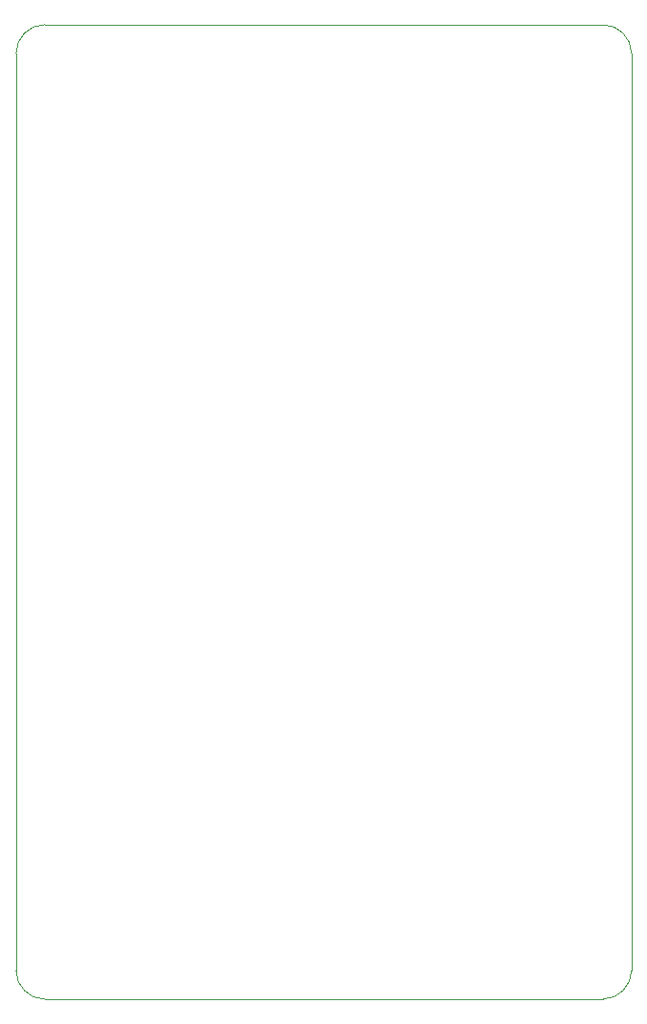
<source format=gbr>
%TF.GenerationSoftware,KiCad,Pcbnew,7.0.7*%
%TF.CreationDate,2024-10-11T15:58:01+09:00*%
%TF.ProjectId,ESP32-hub75,45535033-322d-4687-9562-37352e6b6963,rev?*%
%TF.SameCoordinates,Original*%
%TF.FileFunction,Profile,NP*%
%FSLAX46Y46*%
G04 Gerber Fmt 4.6, Leading zero omitted, Abs format (unit mm)*
G04 Created by KiCad (PCBNEW 7.0.7) date 2024-10-11 15:58:01*
%MOMM*%
%LPD*%
G01*
G04 APERTURE LIST*
%TA.AperFunction,Profile*%
%ADD10C,0.100000*%
%TD*%
G04 APERTURE END LIST*
D10*
X88265000Y-111760000D02*
X38735000Y-111760000D01*
X90805000Y-27940000D02*
G75*
G03*
X88265000Y-25400000I-2540000J0D01*
G01*
X36195000Y-109220000D02*
G75*
G03*
X38735000Y-111760000I2540000J0D01*
G01*
X88265000Y-111760000D02*
G75*
G03*
X90805000Y-109220000I0J2540000D01*
G01*
X90805000Y-27940000D02*
X90805000Y-109220000D01*
X38735000Y-25400000D02*
G75*
G03*
X36195000Y-27940000I0J-2540000D01*
G01*
X38735000Y-25400000D02*
X88265000Y-25400000D01*
X36195000Y-109220000D02*
X36195000Y-27940000D01*
M02*

</source>
